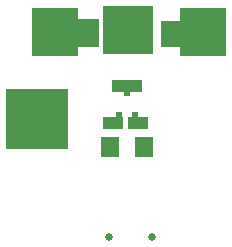
<source format=gts>
G04 EAGLE Gerber X2 export*
G75*
%MOMM*%
%FSLAX34Y34*%
%LPD*%
%AMOC8*
5,1,8,0,0,1.08239X$1,22.5*%
G01*
%ADD10R,3.860800X4.064000*%
%ADD11R,2.032000X2.438400*%
%ADD12R,4.267200X4.064000*%
%ADD13R,1.828800X2.235200*%
%ADD14R,5.283200X5.080000*%
%ADD15R,1.777822X1.015897*%
%ADD16R,1.777819X1.015894*%
%ADD17R,2.540000X1.016000*%
%ADD18C,0.650000*%
%ADD19R,0.635000X1.270000*%
%ADD20R,0.600000X0.550000*%
%ADD21R,1.600000X1.803000*%


D10*
X66040Y188129D03*
D11*
X93472Y187283D03*
D12*
X128185Y189485D03*
D13*
X164761Y186267D03*
D10*
X191770Y187367D03*
D14*
X50631Y114470D03*
D15*
X115558Y110902D03*
D16*
X136300Y110902D03*
D17*
X127000Y142240D03*
D18*
X148590Y13970D03*
X111760Y13970D03*
D19*
X67089Y111352D03*
D20*
X120500Y117750D03*
X133500Y117750D03*
X127000Y136250D03*
D19*
X127000Y177800D03*
D21*
X141220Y90170D03*
X112780Y90170D03*
D19*
X203460Y198144D03*
X56171Y187985D03*
M02*

</source>
